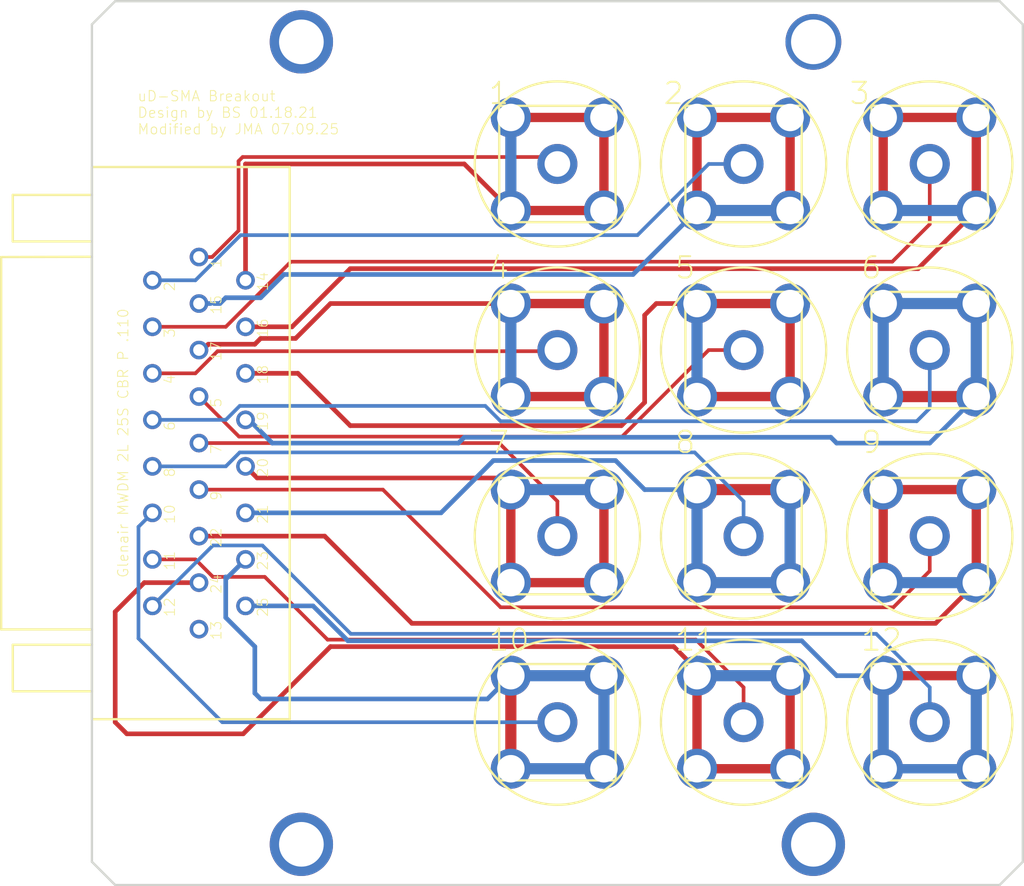
<source format=kicad_pcb>
(kicad_pcb (version 20241229) (generator "pcbnew") (generator_version "9.0")
  (layers (0 "F.Cu" signal) (2 "B.Cu" signal) (13 "F.Paste" user) (15 "B.Paste" user) (5 "F.SilkS" user "F.Silkscreen") (7 "B.SilkS" user "B.Silkscreen") (1 "F.Mask" user) (3 "B.Mask" user) (25 "Edge.Cuts" user))
  (net 0 "")
  (net 1 "2_14_P")
  (net 2 "4_16_P")
  (net 3 "5_17_P")
  (net 4 "6_18_P")
  (net 5 "7_19_P")
  (net 6 "8_20_P")
  (net 7 "9_21_P")
  (net 8 "10_22_P")
  (net 9 "11_23_P")
  (net 10 "12_24_P")
  (net 11 "13_25_P")
  (net 12 "3_15_P")
  (net 13 "2_14_N")
  (net 14 "3_15_N")
  (net 15 "4_16_N")
  (net 16 "5_17_N")
  (net 17 "6_18_N")
  (net 18 "7_19_N")
  (net 19 "8_20_N")
  (net 20 "9_21_N")
  (net 21 "10_22_N")
  (net 22 "11_23_N")
  (net 23 "12_24_N")
  (net 24 "13_25_N")
  (net 25 "CLAMP_POUR_TOP_1")
  (footprint "SMA" (layer "F.Cu") (at 158.6611 89.7636)
    (property "Reference" "U$3" (hide yes))
    (property "Value" "SMA-JACK" (hide yes))
    (fp_line (start -3.175 -3.175) (end 3.175 -3.175) (stroke (width 0.127)) (layer "F.SilkS"))
    (fp_line (start -3.175 3.175) (end -3.175 -3.175) (stroke (width 0.127)) (layer "F.SilkS"))
    (fp_line (start 3.175 -3.175) (end 3.175 3.175) (stroke (width 0.127)) (layer "F.SilkS"))
    (fp_line (start 3.175 3.175) (end -3.175 3.175) (stroke (width 0.127)) (layer "F.SilkS"))
    (fp_circle (center 0 0) (end 4.5085 0) (stroke (width 0.127)) (fill no) (layer "F.SilkS"))
    (pad "GND1" thru_hole circle (at -2.54 -2.54) (size 2.1844 2.1844) (drill 1.4986) (layers "*.Cu" "*.Mask") (net 14 "3_15_N"))
    (pad "GND2" thru_hole circle (at 2.54 -2.54) (size 2.1844 2.1844) (drill 1.4986) (layers "*.Cu" "*.Mask") (net 14 "3_15_N"))
    (pad "GND3" thru_hole circle (at 2.54 2.54) (size 2.1844 2.1844) (drill 1.4986) (layers "*.Cu" "*.Mask") (net 14 "3_15_N"))
    (pad "GND4" thru_hole circle (at -2.54 2.54) (size 2.1844 2.1844) (drill 1.4986) (layers "*.Cu" "*.Mask") (net 14 "3_15_N"))
    (pad "PIN" thru_hole circle (at 0 0) (size 2.1844 2.1844) (drill 1.397) (layers "*.Cu" "*.Mask") (net 12 "3_15_P"))
  )
  (footprint "SMA" (layer "F.Cu") (at 148.5011 120.2436)
    (property "Reference" "U$11" (hide yes))
    (property "Value" "SMA-JACK" (hide yes))
    (fp_line (start -3.175 -3.175) (end 3.175 -3.175) (stroke (width 0.127)) (layer "F.SilkS"))
    (fp_line (start -3.175 3.175) (end -3.175 -3.175) (stroke (width 0.127)) (layer "F.SilkS"))
    (fp_line (start 3.175 -3.175) (end 3.175 3.175) (stroke (width 0.127)) (layer "F.SilkS"))
    (fp_line (start 3.175 3.175) (end -3.175 3.175) (stroke (width 0.127)) (layer "F.SilkS"))
    (fp_circle (center 0 0) (end 4.5085 0) (stroke (width 0.127)) (fill no) (layer "F.SilkS"))
    (pad "GND1" thru_hole circle (at -2.54 -2.54) (size 2.1844 2.1844) (drill 1.4986) (layers "*.Cu" "*.Mask") (net 22 "11_23_N"))
    (pad "GND2" thru_hole circle (at 2.54 -2.54) (size 2.1844 2.1844) (drill 1.4986) (layers "*.Cu" "*.Mask") (net 22 "11_23_N"))
    (pad "GND3" thru_hole circle (at 2.54 2.54) (size 2.1844 2.1844) (drill 1.4986) (layers "*.Cu" "*.Mask") (net 22 "11_23_N"))
    (pad "GND4" thru_hole circle (at -2.54 2.54) (size 2.1844 2.1844) (drill 1.4986) (layers "*.Cu" "*.Mask") (net 22 "11_23_N"))
    (pad "PIN" thru_hole circle (at 0 0) (size 2.1844 2.1844) (drill 1.397) (layers "*.Cu" "*.Mask") (net 9 "11_23_P"))
  )
  (footprint "SMA" (layer "F.Cu") (at 168.8211 120.2436)
    (property "Reference" "U$13" (hide yes))
    (property "Value" "SMA-JACK" (hide yes))
    (fp_line (start -3.175 -3.175) (end 3.175 -3.175) (stroke (width 0.127)) (layer "F.SilkS"))
    (fp_line (start -3.175 3.175) (end -3.175 -3.175) (stroke (width 0.127)) (layer "F.SilkS"))
    (fp_line (start 3.175 -3.175) (end 3.175 3.175) (stroke (width 0.127)) (layer "F.SilkS"))
    (fp_line (start 3.175 3.175) (end -3.175 3.175) (stroke (width 0.127)) (layer "F.SilkS"))
    (fp_circle (center 0 0) (end 4.5085 0) (stroke (width 0.127)) (fill no) (layer "F.SilkS"))
    (pad "GND1" thru_hole circle (at -2.54 -2.54) (size 2.1844 2.1844) (drill 1.4986) (layers "*.Cu" "*.Mask") (net 24 "13_25_N"))
    (pad "GND2" thru_hole circle (at 2.54 -2.54) (size 2.1844 2.1844) (drill 1.4986) (layers "*.Cu" "*.Mask") (net 24 "13_25_N"))
    (pad "GND3" thru_hole circle (at 2.54 2.54) (size 2.1844 2.1844) (drill 1.4986) (layers "*.Cu" "*.Mask") (net 24 "13_25_N"))
    (pad "GND4" thru_hole circle (at -2.54 2.54) (size 2.1844 2.1844) (drill 1.4986) (layers "*.Cu" "*.Mask") (net 24 "13_25_N"))
    (pad "PIN" thru_hole circle (at 0 0) (size 2.1844 2.1844) (drill 1.397) (layers "*.Cu" "*.Mask") (net 11 "13_25_P"))
  )
  (footprint "SMA" (layer "F.Cu") (at 168.8211 89.7636)
    (property "Reference" "U$4" (hide yes))
    (property "Value" "SMA-JACK" (hide yes))
    (fp_line (start -3.175 -3.175) (end 3.175 -3.175) (stroke (width 0.127)) (layer "F.SilkS"))
    (fp_line (start -3.175 3.175) (end -3.175 -3.175) (stroke (width 0.127)) (layer "F.SilkS"))
    (fp_line (start 3.175 -3.175) (end 3.175 3.175) (stroke (width 0.127)) (layer "F.SilkS"))
    (fp_line (start 3.175 3.175) (end -3.175 3.175) (stroke (width 0.127)) (layer "F.SilkS"))
    (fp_circle (center 0 0) (end 4.5085 0) (stroke (width 0.127)) (fill no) (layer "F.SilkS"))
    (pad "GND1" thru_hole circle (at -2.54 -2.54) (size 2.1844 2.1844) (drill 1.4986) (layers "*.Cu" "*.Mask") (net 15 "4_16_N"))
    (pad "GND2" thru_hole circle (at 2.54 -2.54) (size 2.1844 2.1844) (drill 1.4986) (layers "*.Cu" "*.Mask") (net 15 "4_16_N"))
    (pad "GND3" thru_hole circle (at 2.54 2.54) (size 2.1844 2.1844) (drill 1.4986) (layers "*.Cu" "*.Mask") (net 15 "4_16_N"))
    (pad "GND4" thru_hole circle (at -2.54 2.54) (size 2.1844 2.1844) (drill 1.4986) (layers "*.Cu" "*.Mask") (net 15 "4_16_N"))
    (pad "PIN" thru_hole circle (at 0 0) (size 2.1844 2.1844) (drill 1.397) (layers "*.Cu" "*.Mask") (net 2 "4_16_P"))
  )
  (footprint "SMA" (layer "F.Cu") (at 168.8211 110.0836)
    (property "Reference" "U$10" (hide yes))
    (property "Value" "SMA-JACK" (hide yes))
    (fp_line (start -3.175 -3.175) (end 3.175 -3.175) (stroke (width 0.127)) (layer "F.SilkS"))
    (fp_line (start -3.175 3.175) (end -3.175 -3.175) (stroke (width 0.127)) (layer "F.SilkS"))
    (fp_line (start 3.175 -3.175) (end 3.175 3.175) (stroke (width 0.127)) (layer "F.SilkS"))
    (fp_line (start 3.175 3.175) (end -3.175 3.175) (stroke (width 0.127)) (layer "F.SilkS"))
    (fp_circle (center 0 0) (end 4.5085 0) (stroke (width 0.127)) (fill no) (layer "F.SilkS"))
    (pad "GND1" thru_hole circle (at -2.54 -2.54) (size 2.1844 2.1844) (drill 1.4986) (layers "*.Cu" "*.Mask") (net 21 "10_22_N"))
    (pad "GND2" thru_hole circle (at 2.54 -2.54) (size 2.1844 2.1844) (drill 1.4986) (layers "*.Cu" "*.Mask") (net 21 "10_22_N"))
    (pad "GND3" thru_hole circle (at 2.54 2.54) (size 2.1844 2.1844) (drill 1.4986) (layers "*.Cu" "*.Mask") (net 21 "10_22_N"))
    (pad "GND4" thru_hole circle (at -2.54 2.54) (size 2.1844 2.1844) (drill 1.4986) (layers "*.Cu" "*.Mask") (net 21 "10_22_N"))
    (pad "PIN" thru_hole circle (at 0 0) (size 2.1844 2.1844) (drill 1.397) (layers "*.Cu" "*.Mask") (net 8 "10_22_P"))
  )
  (footprint "SMA" (layer "F.Cu") (at 158.6611 110.0836)
    (property "Reference" "U$9" (hide yes))
    (property "Value" "SMA-JACK" (hide yes))
    (fp_line (start -3.175 -3.175) (end 3.175 -3.175) (stroke (width 0.127)) (layer "F.SilkS"))
    (fp_line (start -3.175 3.175) (end -3.175 -3.175) (stroke (width 0.127)) (layer "F.SilkS"))
    (fp_line (start 3.175 -3.175) (end 3.175 3.175) (stroke (width 0.127)) (layer "F.SilkS"))
    (fp_line (start 3.175 3.175) (end -3.175 3.175) (stroke (width 0.127)) (layer "F.SilkS"))
    (fp_circle (center 0 0) (end 4.5085 0) (stroke (width 0.127)) (fill no) (layer "F.SilkS"))
    (pad "GND1" thru_hole circle (at -2.54 -2.54) (size 2.1844 2.1844) (drill 1.4986) (layers "*.Cu" "*.Mask") (net 20 "9_21_N"))
    (pad "GND2" thru_hole circle (at 2.54 -2.54) (size 2.1844 2.1844) (drill 1.4986) (layers "*.Cu" "*.Mask") (net 20 "9_21_N"))
    (pad "GND3" thru_hole circle (at 2.54 2.54) (size 2.1844 2.1844) (drill 1.4986) (layers "*.Cu" "*.Mask") (net 20 "9_21_N"))
    (pad "GND4" thru_hole circle (at -2.54 2.54) (size 2.1844 2.1844) (drill 1.4986) (layers "*.Cu" "*.Mask") (net 20 "9_21_N"))
    (pad "PIN" thru_hole circle (at 0 0) (size 2.1844 2.1844) (drill 1.397) (layers "*.Cu" "*.Mask") (net 7 "9_21_P"))
  )
  (footprint "SMA" (layer "F.Cu") (at 148.5011 110.0836)
    (property "Reference" "U$8" (hide yes))
    (property "Value" "SMA-JACK" (hide yes))
    (fp_line (start -3.175 -3.175) (end 3.175 -3.175) (stroke (width 0.127)) (layer "F.SilkS"))
    (fp_line (start -3.175 3.175) (end -3.175 -3.175) (stroke (width 0.127)) (layer "F.SilkS"))
    (fp_line (start 3.175 -3.175) (end 3.175 3.175) (stroke (width 0.127)) (layer "F.SilkS"))
    (fp_line (start 3.175 3.175) (end -3.175 3.175) (stroke (width 0.127)) (layer "F.SilkS"))
    (fp_circle (center 0 0) (end 4.5085 0) (stroke (width 0.127)) (fill no) (layer "F.SilkS"))
    (pad "GND1" thru_hole circle (at -2.54 -2.54) (size 2.1844 2.1844) (drill 1.4986) (layers "*.Cu" "*.Mask") (net 19 "8_20_N"))
    (pad "GND2" thru_hole circle (at 2.54 -2.54) (size 2.1844 2.1844) (drill 1.4986) (layers "*.Cu" "*.Mask") (net 19 "8_20_N"))
    (pad "GND3" thru_hole circle (at 2.54 2.54) (size 2.1844 2.1844) (drill 1.4986) (layers "*.Cu" "*.Mask") (net 19 "8_20_N"))
    (pad "GND4" thru_hole circle (at -2.54 2.54) (size 2.1844 2.1844) (drill 1.4986) (layers "*.Cu" "*.Mask") (net 19 "8_20_N"))
    (pad "PIN" thru_hole circle (at 0 0) (size 2.1844 2.1844) (drill 1.397) (layers "*.Cu" "*.Mask") (net 6 "8_20_P"))
  )
  (footprint "SMA" (layer "F.Cu") (at 158.6611 120.2436)
    (property "Reference" "U$12" (hide yes))
    (property "Value" "SMA-JACK" (hide yes))
    (fp_line (start -3.175 -3.175) (end 3.175 -3.175) (stroke (width 0.127)) (layer "F.SilkS"))
    (fp_line (start -3.175 3.175) (end -3.175 -3.175) (stroke (width 0.127)) (layer "F.SilkS"))
    (fp_line (start 3.175 -3.175) (end 3.175 3.175) (stroke (width 0.127)) (layer "F.SilkS"))
    (fp_line (start 3.175 3.175) (end -3.175 3.175) (stroke (width 0.127)) (layer "F.SilkS"))
    (fp_circle (center 0 0) (end 4.5085 0) (stroke (width 0.127)) (fill no) (layer "F.SilkS"))
    (pad "GND1" thru_hole circle (at -2.54 -2.54) (size 2.1844 2.1844) (drill 1.4986) (layers "*.Cu" "*.Mask") (net 23 "12_24_N"))
    (pad "GND2" thru_hole circle (at 2.54 -2.54) (size 2.1844 2.1844) (drill 1.4986) (layers "*.Cu" "*.Mask") (net 23 "12_24_N"))
    (pad "GND3" thru_hole circle (at 2.54 2.54) (size 2.1844 2.1844) (drill 1.4986) (layers "*.Cu" "*.Mask") (net 23 "12_24_N"))
    (pad "GND4" thru_hole circle (at -2.54 2.54) (size 2.1844 2.1844) (drill 1.4986) (layers "*.Cu" "*.Mask") (net 23 "12_24_N"))
    (pad "PIN" thru_hole circle (at 0 0) (size 2.1844 2.1844) (drill 1.397) (layers "*.Cu" "*.Mask") (net 10 "12_24_P"))
  )
  (footprint "MICRO-D-RIGHT-ANGLE" (layer "F.Cu") (at 128.9431 105.0036 90)
    (property "Reference" "U$1" (hide yes))
    (property "Value" "RIGHT-ANGLE-MICRO-D" (hide yes))
    (fp_line (start 10.16 -10.795) (end 10.1727 -5.842) (stroke (width 0.127)) (layer "F.SilkS"))
    (fp_line (start -10.1727 -10.795) (end 10.16 -10.795) (stroke (width 0.127)) (layer "F.SilkS"))
    (fp_line (start 13.5509 -10.16) (end 13.5509 -5.842) (stroke (width 0.127)) (layer "F.SilkS"))
    (fp_line (start 11.0109 -10.16) (end 13.5509 -10.16) (stroke (width 0.127)) (layer "F.SilkS"))
    (fp_line (start -11.0109 -10.16) (end -13.5509 -10.16) (stroke (width 0.127)) (layer "F.SilkS"))
    (fp_line (start -13.5509 -10.16) (end -13.5509 -5.842) (stroke (width 0.127)) (layer "F.SilkS"))
    (fp_line (start 15.0749 -5.842) (end 13.5509 -5.842) (stroke (width 0.127)) (layer "F.SilkS"))
    (fp_line (start 13.5509 -5.842) (end 11.0109 -5.842) (stroke (width 0.127)) (layer "F.SilkS"))
    (fp_line (start 11.0109 -5.842) (end 11.0109 -10.16) (stroke (width 0.127)) (layer "F.SilkS"))
    (fp_line (start 11.0109 -5.842) (end 10.1727 -5.842) (stroke (width 0.127)) (layer "F.SilkS"))
    (fp_line (start 10.1727 -5.842) (end -10.1727 -5.842) (stroke (width 0.127)) (layer "F.SilkS"))
    (fp_line (start -10.1727 -5.842) (end -10.1727 -10.795) (stroke (width 0.127)) (layer "F.SilkS"))
    (fp_line (start -10.1727 -5.842) (end -11.0109 -5.842) (stroke (width 0.127)) (layer "F.SilkS"))
    (fp_line (start -11.0109 -5.842) (end -11.0109 -10.16) (stroke (width 0.127)) (layer "F.SilkS"))
    (fp_line (start -13.5509 -5.842) (end -11.0109 -5.842) (stroke (width 0.127)) (layer "F.SilkS"))
    (fp_line (start -13.5509 -5.842) (end -15.0749 -5.842) (stroke (width 0.127)) (layer "F.SilkS"))
    (fp_line (start -15.0749 -5.842) (end -15.0749 4.953) (stroke (width 0.127)) (layer "F.SilkS"))
    (fp_line (start 15.0749 4.953) (end 15.0749 -5.842) (stroke (width 0.127)) (layer "F.SilkS"))
    (fp_line (start -15.0749 4.953) (end 15.0749 4.953) (stroke (width 0.127)) (layer "F.SilkS"))
    (fp_text user "7" (at -0.635 1.27 90) (layer "F.SilkS") (effects (font (size 0.560832 0.560832) (thickness 0.048768)) (justify left bottom)))
    (fp_text user "3" (at 5.715 -1.27 90) (layer "F.SilkS") (effects (font (size 0.560832 0.560832) (thickness 0.048768)) (justify left bottom)))
    (fp_text user "Glenair MWDM 2L 25S CBR P .110" (at 0 -3.81 90) (layer "F.SilkS") (effects (font (size 0.560832 0.560832) (thickness 0.048768)) (justify bottom)))
    (fp_text user "22" (at -5.715 1.27 90) (layer "F.SilkS") (effects (font (size 0.560832 0.560832) (thickness 0.048768)) (justify left bottom)))
    (fp_text user "12" (at -9.525 -1.27 90) (layer "F.SilkS") (effects (font (size 0.560832 0.560832) (thickness 0.048768)) (justify left bottom)))
    (fp_text user "17" (at 4.445 1.27 90) (layer "F.SilkS") (effects (font (size 0.560832 0.560832) (thickness 0.048768)) (justify left bottom)))
    (fp_text user "2" (at 8.255 -1.27 90) (layer "F.SilkS") (effects (font (size 0.560832 0.560832) (thickness 0.048768)) (justify left bottom)))
    (fp_text user "16" (at 5.715 3.81 90) (layer "F.SilkS") (effects (font (size 0.560832 0.560832) (thickness 0.048768)) (justify left bottom)))
    (fp_text user "1" (at 9.525 1.27 90) (layer "F.SilkS") (effects (font (size 0.560832 0.560832) (thickness 0.048768)) (justify left bottom)))
    (fp_text user "21" (at -4.445 3.81 90) (layer "F.SilkS") (effects (font (size 0.560832 0.560832) (thickness 0.048768)) (justify left bottom)))
    (fp_text user "11" (at -6.985 -1.27 90) (layer "F.SilkS") (effects (font (size 0.560832 0.560832) (thickness 0.048768)) (justify left bottom)))
    (fp_text user "25" (at -9.525 3.81 90) (layer "F.SilkS") (effects (font (size 0.560832 0.560832) (thickness 0.048768)) (justify left bottom)))
    (fp_text user "6" (at 0.635 -1.27 90) (layer "F.SilkS") (effects (font (size 0.560832 0.560832) (thickness 0.048768)) (justify left bottom)))
    (fp_text user "19" (at 0.635 3.81 90) (layer "F.SilkS") (effects (font (size 0.560832 0.560832) (thickness 0.048768)) (justify left bottom)))
    (fp_text user "5" (at 1.905 1.27 90) (layer "F.SilkS") (effects (font (size 0.560832 0.560832) (thickness 0.048768)) (justify left bottom)))
    (fp_text user "8" (at -1.905 -1.27 90) (layer "F.SilkS") (effects (font (size 0.560832 0.560832) (thickness 0.048768)) (justify left bottom)))
    (fp_text user "14" (at 8.255 3.81 90) (layer "F.SilkS") (effects (font (size 0.560832 0.560832) (thickness 0.048768)) (justify left bottom)))
    (fp_text user "18" (at 3.175 3.81 90) (layer "F.SilkS") (effects (font (size 0.560832 0.560832) (thickness 0.048768)) (justify left bottom)))
    (fp_text user "24" (at -8.255 1.27 90) (layer "F.SilkS") (effects (font (size 0.560832 0.560832) (thickness 0.048768)) (justify left bottom)))
    (fp_text user "20" (at -1.905 3.81 90) (layer "F.SilkS") (effects (font (size 0.560832 0.560832) (thickness 0.048768)) (justify left bottom)))
    (fp_text user "13" (at -10.795 1.27 90) (layer "F.SilkS") (effects (font (size 0.560832 0.560832) (thickness 0.048768)) (justify left bottom)))
    (fp_text user "4" (at 3.175 -1.27 90) (layer "F.SilkS") (effects (font (size 0.560832 0.560832) (thickness 0.048768)) (justify left bottom)))
    (fp_text user "9" (at -3.175 1.27 90) (layer "F.SilkS") (effects (font (size 0.560832 0.560832) (thickness 0.048768)) (justify left bottom)))
    (fp_text user "15" (at 6.985 1.27 90) (layer "F.SilkS") (effects (font (size 0.560832 0.560832) (thickness 0.048768)) (justify left bottom)))
    (fp_text user "10" (at -4.445 -1.27 90) (layer "F.SilkS") (effects (font (size 0.560832 0.560832) (thickness 0.048768)) (justify left bottom)))
    (fp_text user "23" (at -6.985 3.81 90) (layer "F.SilkS") (effects (font (size 0.560832 0.560832) (thickness 0.048768)) (justify left bottom)))
    (pad "" np_thru_hole circle (at -12.2555 0.508 90) (size 2.4384 2.4384) (drill 2.4384) (layers "*.Cu" "*.Mask"))
    (pad "" np_thru_hole circle (at 12.2555 0.508 90) (size 2.4384 2.4384) (drill 2.4384) (layers "*.Cu" "*.Mask"))
    (pad "1" thru_hole circle (at 10.16 0 90) (size 1.016 1.016) (drill 0.635) (layers "*.Cu" "*.Mask") (net 1 "2_14_P"))
    (pad "2" thru_hole circle (at 8.89 -2.54 90) (size 1.016 1.016) (drill 0.635) (layers "*.Cu" "*.Mask") (net 12 "3_15_P"))
    (pad "3" thru_hole circle (at 6.35 -2.54 90) (size 1.016 1.016) (drill 0.635) (layers "*.Cu" "*.Mask") (net 2 "4_16_P"))
    (pad "4" thru_hole circle (at 3.81 -2.54 90) (size 1.016 1.016) (drill 0.635) (layers "*.Cu" "*.Mask") (net 3 "5_17_P"))
    (pad "5" thru_hole circle (at 2.54 0 90) (size 1.016 1.016) (drill 0.635) (layers "*.Cu" "*.Mask") (net 4 "6_18_P"))
    (pad "6" thru_hole circle (at 1.27 -2.54 90) (size 1.016 1.016) (drill 0.635) (layers "*.Cu" "*.Mask") (net 5 "7_19_P"))
    (pad "7" thru_hole circle (at 0 0 90) (size 1.016 1.016) (drill 0.635) (layers "*.Cu" "*.Mask") (net 6 "8_20_P"))
    (pad "8" thru_hole circle (at -1.27 -2.54 90) (size 1.016 1.016) (drill 0.635) (layers "*.Cu" "*.Mask") (net 7 "9_21_P"))
    (pad "9" thru_hole circle (at -2.54 0 90) (size 1.016 1.016) (drill 0.635) (layers "*.Cu" "*.Mask") (net 8 "10_22_P"))
    (pad "10" thru_hole circle (at -3.81 -2.54 90) (size 1.016 1.016) (drill 0.635) (layers "*.Cu" "*.Mask") (net 9 "11_23_P"))
    (pad "11" thru_hole circle (at -6.35 -2.54 90) (size 1.016 1.016) (drill 0.635) (layers "*.Cu" "*.Mask") (net 10 "12_24_P"))
    (pad "12" thru_hole circle (at -8.89 -2.54 90) (size 1.016 1.016) (drill 0.635) (layers "*.Cu" "*.Mask") (net 11 "13_25_P"))
    (pad "13" thru_hole circle (at -10.16 0 90) (size 1.016 1.016) (drill 0.635) (layers "*.Cu" "*.Mask"))
    (pad "14" thru_hole circle (at 8.89 2.54 90) (size 1.016 1.016) (drill 0.635) (layers "*.Cu" "*.Mask") (net 13 "2_14_N"))
    (pad "15" thru_hole circle (at 7.62 0 90) (size 1.016 1.016) (drill 0.635) (layers "*.Cu" "*.Mask") (net 14 "3_15_N"))
    (pad "16" thru_hole circle (at 6.35 2.54 90) (size 1.016 1.016) (drill 0.635) (layers "*.Cu" "*.Mask") (net 15 "4_16_N"))
    (pad "17" thru_hole circle (at 5.08 0 90) (size 1.016 1.016) (drill 0.635) (layers "*.Cu" "*.Mask") (net 16 "5_17_N"))
    (pad "18" thru_hole circle (at 3.81 2.54 90) (size 1.016 1.016) (drill 0.635) (layers "*.Cu" "*.Mask") (net 17 "6_18_N"))
    (pad "19" thru_hole circle (at 1.27 2.54 90) (size 1.016 1.016) (drill 0.635) (layers "*.Cu" "*.Mask") (net 18 "7_19_N"))
    (pad "20" thru_hole circle (at -1.27 2.54 90) (size 1.016 1.016) (drill 0.635) (layers "*.Cu" "*.Mask") (net 19 "8_20_N"))
    (pad "21" thru_hole circle (at -3.81 2.54 90) (size 1.016 1.016) (drill 0.635) (layers "*.Cu" "*.Mask") (net 20 "9_21_N"))
    (pad "22" thru_hole circle (at -5.08 0 90) (size 1.016 1.016) (drill 0.635) (layers "*.Cu" "*.Mask") (net 21 "10_22_N"))
    (pad "23" thru_hole circle (at -6.35 2.54 90) (size 1.016 1.016) (drill 0.635) (layers "*.Cu" "*.Mask") (net 22 "11_23_N"))
    (pad "24" thru_hole circle (at -7.62 0 90) (size 1.016 1.016) (drill 0.635) (layers "*.Cu" "*.Mask") (net 23 "12_24_N"))
    (pad "25" thru_hole circle (at -8.89 2.54 90) (size 1.016 1.016) (drill 0.635) (layers "*.Cu" "*.Mask") (net 24 "13_25_N"))
  )
  (footprint "SMA" (layer "F.Cu") (at 158.6611 99.9236)
    (property "Reference" "U$6" (hide yes))
    (property "Value" "SMA-JACK" (hide yes))
    (fp_line (start -3.175 -3.175) (end 3.175 -3.175) (stroke (width 0.127)) (layer "F.SilkS"))
    (fp_line (start -3.175 3.175) (end -3.175 -3.175) (stroke (width 0.127)) (layer "F.SilkS"))
    (fp_line (start 3.175 -3.175) (end 3.175 3.175) (stroke (width 0.127)) (layer "F.SilkS"))
    (fp_line (start 3.175 3.175) (end -3.175 3.175) (stroke (width 0.127)) (layer "F.SilkS"))
    (fp_circle (center 0 0) (end 4.5085 0) (stroke (width 0.127)) (fill no) (layer "F.SilkS"))
    (pad "GND1" thru_hole circle (at -2.54 -2.54) (size 2.1844 2.1844) (drill 1.4986) (layers "*.Cu" "*.Mask") (net 17 "6_18_N"))
    (pad "GND2" thru_hole circle (at 2.54 -2.54) (size 2.1844 2.1844) (drill 1.4986) (layers "*.Cu" "*.Mask") (net 17 "6_18_N"))
    (pad "GND3" thru_hole circle (at 2.54 2.54) (size 2.1844 2.1844) (drill 1.4986) (layers "*.Cu" "*.Mask") (net 17 "6_18_N"))
    (pad "GND4" thru_hole circle (at -2.54 2.54) (size 2.1844 2.1844) (drill 1.4986) (layers "*.Cu" "*.Mask") (net 17 "6_18_N"))
    (pad "PIN" thru_hole circle (at 0 0) (size 2.1844 2.1844) (drill 1.397) (layers "*.Cu" "*.Mask") (net 4 "6_18_P"))
  )
  (footprint "SMA" (layer "F.Cu") (at 148.5011 89.7636)
    (property "Reference" "U$2" (hide yes))
    (property "Value" "SMA-JACK" (hide yes))
    (fp_line (start -3.175 -3.175) (end 3.175 -3.175) (stroke (width 0.127)) (layer "F.SilkS"))
    (fp_line (start -3.175 3.175) (end -3.175 -3.175) (stroke (width 0.127)) (layer "F.SilkS"))
    (fp_line (start 3.175 -3.175) (end 3.175 3.175) (stroke (width 0.127)) (layer "F.SilkS"))
    (fp_line (start 3.175 3.175) (end -3.175 3.175) (stroke (width 0.127)) (layer "F.SilkS"))
    (fp_circle (center 0 0) (end 4.5085 0) (stroke (width 0.127)) (fill no) (layer "F.SilkS"))
    (pad "GND1" thru_hole circle (at -2.54 -2.54) (size 2.1844 2.1844) (drill 1.4986) (layers "*.Cu" "*.Mask") (net 13 "2_14_N"))
    (pad "GND2" thru_hole circle (at 2.54 -2.54) (size 2.1844 2.1844) (drill 1.4986) (layers "*.Cu" "*.Mask") (net 13 "2_14_N"))
    (pad "GND3" thru_hole circle (at 2.54 2.54) (size 2.1844 2.1844) (drill 1.4986) (layers "*.Cu" "*.Mask") (net 13 "2_14_N"))
    (pad "GND4" thru_hole circle (at -2.54 2.54) (size 2.1844 2.1844) (drill 1.4986) (layers "*.Cu" "*.Mask") (net 13 "2_14_N"))
    (pad "PIN" thru_hole circle (at 0 0) (size 2.1844 2.1844) (drill 1.397) (layers "*.Cu" "*.Mask") (net 1 "2_14_P"))
  )
  (footprint "SMA" (layer "F.Cu") (at 148.5011 99.9236)
    (property "Reference" "U$5" (hide yes))
    (property "Value" "SMA-JACK" (hide yes))
    (fp_line (start -3.175 -3.175) (end 3.175 -3.175) (stroke (width 0.127)) (layer "F.SilkS"))
    (fp_line (start -3.175 3.175) (end -3.175 -3.175) (stroke (width 0.127)) (layer "F.SilkS"))
    (fp_line (start 3.175 -3.175) (end 3.175 3.175) (stroke (width 0.127)) (layer "F.SilkS"))
    (fp_line (start 3.175 3.175) (end -3.175 3.175) (stroke (width 0.127)) (layer "F.SilkS"))
    (fp_circle (center 0 0) (end 4.5085 0) (stroke (width 0.127)) (fill no) (layer "F.SilkS"))
    (pad "GND1" thru_hole circle (at -2.54 -2.54) (size 2.1844 2.1844) (drill 1.4986) (layers "*.Cu" "*.Mask") (net 16 "5_17_N"))
    (pad "GND2" thru_hole circle (at 2.54 -2.54) (size 2.1844 2.1844) (drill 1.4986) (layers "*.Cu" "*.Mask") (net 16 "5_17_N"))
    (pad "GND3" thru_hole circle (at 2.54 2.54) (size 2.1844 2.1844) (drill 1.4986) (layers "*.Cu" "*.Mask") (net 16 "5_17_N"))
    (pad "GND4" thru_hole circle (at -2.54 2.54) (size 2.1844 2.1844) (drill 1.4986) (layers "*.Cu" "*.Mask") (net 16 "5_17_N"))
    (pad "PIN" thru_hole circle (at 0 0) (size 2.1844 2.1844) (drill 1.397) (layers "*.Cu" "*.Mask") (net 3 "5_17_P"))
  )
  (footprint "SMA" (layer "F.Cu") (at 168.8211 99.9236)
    (property "Reference" "U$7" (hide yes))
    (property "Value" "SMA-JACK" (hide yes))
    (fp_line (start -3.175 -3.175) (end 3.175 -3.175) (stroke (width 0.127)) (layer "F.SilkS"))
    (fp_line (start -3.175 3.175) (end -3.175 -3.175) (stroke (width 0.127)) (layer "F.SilkS"))
    (fp_line (start 3.175 -3.175) (end 3.175 3.175) (stroke (width 0.127)) (layer "F.SilkS"))
    (fp_line (start 3.175 3.175) (end -3.175 3.175) (stroke (width 0.127)) (layer "F.SilkS"))
    (fp_circle (center 0 0) (end 4.5085 0) (stroke (width 0.127)) (fill no) (layer "F.SilkS"))
    (pad "GND1" thru_hole circle (at -2.54 -2.54) (size 2.1844 2.1844) (drill 1.4986) (layers "*.Cu" "*.Mask") (net 18 "7_19_N"))
    (pad "GND2" thru_hole circle (at 2.54 -2.54) (size 2.1844 2.1844) (drill 1.4986) (layers "*.Cu" "*.Mask") (net 18 "7_19_N"))
    (pad "GND3" thru_hole circle (at 2.54 2.54) (size 2.1844 2.1844) (drill 1.4986) (layers "*.Cu" "*.Mask") (net 18 "7_19_N"))
    (pad "GND4" thru_hole circle (at -2.54 2.54) (size 2.1844 2.1844) (drill 1.4986) (layers "*.Cu" "*.Mask") (net 18 "7_19_N"))
    (pad "PIN" thru_hole circle (at 0 0) (size 2.1844 2.1844) (drill 1.397) (layers "*.Cu" "*.Mask") (net 5 "7_19_P"))
  )
  (gr_line (start 123.1011 127.8636) (end 124.3711 129.1336) (stroke (width 0.127)) (layer "Edge.Cuts"))
  (gr_line (start 172.6311 80.8736) (end 173.9011 82.1436) (stroke (width 0.127)) (layer "Edge.Cuts"))
  (gr_line (start 172.6311 80.8736) (end 124.3711 80.8736) (stroke (width 0.127)) (layer "Edge.Cuts"))
  (gr_line (start 123.1011 82.1436) (end 123.1011 127.8636) (stroke (width 0.127)) (layer "Edge.Cuts"))
  (gr_line (start 172.6311 129.1336) (end 124.3711 129.1336) (stroke (width 0.127)) (layer "Edge.Cuts"))
  (gr_line (start 172.6311 129.1336) (end 173.9011 127.8636) (stroke (width 0.127)) (layer "Edge.Cuts"))
  (gr_line (start 173.9011 127.8636) (end 173.9011 82.1436) (stroke (width 0.127)) (layer "Edge.Cuts"))
  (gr_line (start 123.1011 82.1436) (end 124.3711 80.8736) (stroke (width 0.127)) (layer "Edge.Cuts"))
  (gr_text "8" (at 154.8511 105.6386 0) (layer "F.SilkS") (effects (font (size 1.1684 1.1684) (thickness 0.1016)) (justify left bottom)))
  (gr_text "10" (at 144.6911 116.4336 0) (layer "F.SilkS") (effects (font (size 1.1684 1.1684) (thickness 0.1016)) (justify left bottom)))
  (gr_text "6" (at 165.0111 96.1136 0) (layer "F.SilkS") (effects (font (size 1.1684 1.1684) (thickness 0.1016)) (justify left bottom)))
  (gr_text "12" (at 165.0111 116.4336 0) (layer "F.SilkS") (effects (font (size 1.1684 1.1684) (thickness 0.1016)) (justify left bottom)))
  (gr_text "uD-SMA Breakout \nDesign by BS 01.18.21\nModified by JMA 07.09.25" (at 125.558046 88.191857 0) (layer "F.SilkS") (effects (font (size 0.560832 0.560832) (thickness 0.048768)) (justify left bottom)))
  (gr_text "7" (at 144.6911 105.6386 0) (layer "F.SilkS") (effects (font (size 1.1684 1.1684) (thickness 0.1016)) (justify left bottom)))
  (gr_text "3" (at 164.3761 86.5886 0) (layer "F.SilkS") (effects (font (size 1.1684 1.1684) (thickness 0.1016)) (justify left bottom)))
  (gr_text "11" (at 154.8511 116.4336 0) (layer "F.SilkS") (effects (font (size 1.1684 1.1684) (thickness 0.1016)) (justify left bottom)))
  (gr_text "2" (at 154.2161 86.5886 0) (layer "F.SilkS") (effects (font (size 1.1684 1.1684) (thickness 0.1016)) (justify left bottom)))
  (gr_text "9" (at 165.0111 105.6386 0) (layer "F.SilkS") (effects (font (size 1.1684 1.1684) (thickness 0.1016)) (justify left bottom)))
  (gr_text "5" (at 154.8511 96.1136 0) (layer "F.SilkS") (effects (font (size 1.1684 1.1684) (thickness 0.1016)) (justify left bottom)))
  (gr_text "1" (at 144.6911 86.5886 0) (layer "F.SilkS") (effects (font (size 1.1684 1.1684) (thickness 0.1016)) (justify left bottom)))
  (gr_text "4" (at 144.6911 96.1136 0) (layer "F.SilkS") (effects (font (size 1.1684 1.1684) (thickness 0.1016)) (justify left bottom)))
  (segment (start 131.1027 89.606033) (end 131.325533 89.3832) (width 0.2) (layer "F.Cu") (net 1))
  (segment (start 131.1027 93.40242) (end 131.1027 89.606033) (width 0.2) (layer "F.Cu") (net 1))
  (segment (start 129.66152 94.8436) (end 131.1027 93.40242) (width 0.2) (layer "F.Cu") (net 1))
  (segment (start 128.9431 94.8436) (end 129.66152 94.8436) (width 0.2) (layer "F.Cu") (net 1))
  (segment (start 131.325533 89.3832) (end 148.1207 89.3832) (width 0.2) (layer "F.Cu") (net 1))
  (segment (start 148.5011 89.7636) (end 147.8661 89.1286) (width 0.254) (layer "F.Cu") (net 1))
  (segment (start 148.1207 89.3832) (end 148.5011 89.7636) (width 0.2) (layer "F.Cu") (net 1))
  (segment (start 168.8211 93.0529) (end 168.8211 89.7636) (width 0.2) (layer "F.Cu") (net 2))
  (segment (start 130.406317 98.6536) (end 133.961717 95.0982) (width 0.2) (layer "F.Cu") (net 2))
  (segment (start 166.7758 95.0982) (end 168.8211 93.0529) (width 0.2) (layer "F.Cu") (net 2))
  (segment (start 133.961717 95.0982) (end 166.7758 95.0982) (width 0.2) (layer "F.Cu") (net 2))
  (segment (start 126.4031 98.6536) (end 130.406317 98.6536) (width 0.2) (layer "F.Cu") (net 2))
  (segment (start 148.4382 99.9865) (end 148.5011 99.9236) (width 0.2) (layer "F.Cu") (net 3))
  (segment (start 128.749883 101.1936) (end 129.956983 99.9865) (width 0.2) (layer "F.Cu") (net 3))
  (segment (start 129.956983 99.9865) (end 148.4382 99.9865) (width 0.2) (layer "F.Cu") (net 3))
  (segment (start 126.4031 101.1936) (end 128.749883 101.1936) (width 0.2) (layer "F.Cu") (net 3))
  (segment (start 126.5936 100.8761) (end 126.5936 101.1936) (width 0.254) (layer "F.Cu") (net 3))
  (segment (start 131.1275 104.648) (end 152.033734 104.648) (width 0.2) (layer "F.Cu") (net 4))
  (segment (start 128.9431 102.4636) (end 131.1275 104.648) (width 0.2) (layer "F.Cu") (net 4))
  (segment (start 158.0261 100.5586) (end 158.6611 99.9236) (width 0.254) (layer "F.Cu") (net 4))
  (segment (start 156.758134 99.9236) (end 158.6611 99.9236) (width 0.2) (layer "F.Cu") (net 4))
  (segment (start 152.033734 104.648) (end 156.758134 99.9236) (width 0.2) (layer "F.Cu") (net 4))
  (segment (start 168.112534 103.8092) (end 168.8211 103.100634) (width 0.2) (layer "B.Cu") (net 5))
  (segment (start 145.403734 103.8092) (end 168.112534 103.8092) (width 0.2) (layer "B.Cu") (net 5))
  (segment (start 126.4031 103.7336) (end 130.406317 103.7336) (width 0.2) (layer "B.Cu") (net 5))
  (segment (start 131.167717 102.9722) (end 144.566734 102.9722) (width 0.2) (layer "B.Cu") (net 5))
  (segment (start 168.8211 103.100634) (end 168.8211 99.9236) (width 0.2) (layer "B.Cu") (net 5))
  (segment (start 130.406317 103.7336) (end 131.167717 102.9722) (width 0.2) (layer "B.Cu") (net 5))
  (segment (start 144.566734 102.9722) (end 145.403734 103.8092) (width 0.2) (layer "B.Cu") (net 5))
  (segment (start 128.9431 105.0036) (end 145.324066 105.0036) (width 0.2) (layer "F.Cu") (net 6))
  (segment (start 148.5011 108.180634) (end 148.5011 110.0836) (width 0.2) (layer "F.Cu") (net 6))
  (segment (start 145.324066 105.0036) (end 148.5011 108.180634) (width 0.2) (layer "F.Cu") (net 6))
  (segment (start 131.167717 105.5122) (end 155.992666 105.5122) (width 0.2) (layer "B.Cu") (net 7))
  (segment (start 158.6611 108.180634) (end 158.6611 110.0836) (width 0.2) (layer "B.Cu") (net 7))
  (segment (start 130.406317 106.2736) (end 131.167717 105.5122) (width 0.2) (layer "B.Cu") (net 7))
  (segment (start 155.992666 105.5122) (end 158.6611 108.180634) (width 0.2) (layer "B.Cu") (net 7))
  (segment (start 126.4031 106.2736) (end 130.406317 106.2736) (width 0.2) (layer "B.Cu") (net 7))
  (segment (start 145.403734 113.9692) (end 166.838466 113.9692) (width 0.2) (layer "F.Cu") (net 8))
  (segment (start 128.9431 107.5436) (end 138.978134 107.5436) (width 0.2) (layer "F.Cu") (net 8))
  (segment (start 168.8211 111.986566) (end 168.8211 110.0836) (width 0.2) (layer "F.Cu") (net 8))
  (segment (start 166.838466 113.9692) (end 168.8211 111.986566) (width 0.2) (layer "F.Cu") (net 8))
  (segment (start 138.978134 107.5436) (end 145.403734 113.9692) (width 0.2) (layer "F.Cu") (net 8))
  (segment (start 125.6417 115.670298) (end 130.215002 120.2436) (width 0.2) (layer "B.Cu") (net 9))
  (segment (start 125.6417 109.575) (end 125.6417 115.670298) (width 0.2) (layer "B.Cu") (net 9))
  (segment (start 130.215002 120.2436) (end 148.5011 120.2436) (width 0.2) (layer "B.Cu") (net 9))
  (segment (start 126.4031 108.8136) (end 125.6417 109.575) (width 0.2) (layer "B.Cu") (net 9))
  (segment (start 132.53355 112.308217) (end 135.961033 115.7357) (width 0.2) (layer "F.Cu") (net 10))
  (segment (start 158.6611 118.340634) (end 158.6611 120.2436) (width 0.2) (layer "F.Cu") (net 10))
  (segment (start 126.4031 111.3536) (end 128.749883 111.3536) (width 0.2) (layer "F.Cu") (net 10))
  (segment (start 135.961033 115.7357) (end 156.056166 115.7357) (width 0.2) (layer "F.Cu") (net 10))
  (segment (start 129.7045 112.308217) (end 132.53355 112.308217) (width 0.2) (layer "F.Cu") (net 10))
  (segment (start 156.056166 115.7357) (end 158.6611 118.340634) (width 0.2) (layer "F.Cu") (net 10))
  (segment (start 128.749883 111.3536) (end 129.7045 112.308217) (width 0.2) (layer "F.Cu") (net 10))
  (segment (start 132.402666 110.5922) (end 137.228666 115.4182) (width 0.2) (layer "B.Cu") (net 11))
  (segment (start 129.7045 110.5922) (end 132.402666 110.5922) (width 0.2) (layer "B.Cu") (net 11))
  (segment (start 137.228666 115.4182) (end 165.898666 115.4182) (width 0.2) (layer "B.Cu") (net 11))
  (segment (start 126.4031 113.8936) (end 129.7045 110.5922) (width 0.2) (layer "B.Cu") (net 11))
  (segment (start 168.8211 118.340634) (end 168.8211 120.2436) (width 0.2) (layer "B.Cu") (net 11))
  (segment (start 165.898666 115.4182) (end 168.8211 118.340634) (width 0.2) (layer "B.Cu") (net 11))
  (segment (start 131.214283 93.6492) (end 152.872534 93.6492) (width 0.2) (layer "B.Cu") (net 12))
  (segment (start 156.758134 89.7636) (end 158.6611 89.7636) (width 0.2) (layer "B.Cu") (net 12))
  (segment (start 152.872534 93.6492) (end 156.758134 89.7636) (width 0.2) (layer "B.Cu") (net 12))
  (segment (start 126.4031 96.1136) (end 128.749883 96.1136) (width 0.2) (layer "B.Cu") (net 12))
  (segment (start 128.749883 96.1136) (end 131.214283 93.6492) (width 0.2) (layer "B.Cu") (net 12))
  (segment (start 151.0411 87.2236) (end 151.0411 92.3036) (width 0.508) (layer "F.Cu") (net 13))
  (segment (start 145.9611 92.3036) (end 143.4211 89.7636) (width 0.254) (layer "F.Cu") (net 13))
  (segment (start 145.9611 87.2236) (end 151.0411 87.2236) (width 0.508) (layer "F.Cu") (net 13))
  (segment (start 151.0411 92.3036) (end 145.9611 92.3036) (width 0.508) (layer "F.Cu") (net 13))
  (segment (start 131.4831 89.7636) (end 131.4831 96.1136) (width 0.254) (layer "F.Cu") (net 13))
  (segment (start 143.4211 89.7636) (end 131.4831 89.7636) (width 0.254) (layer "F.Cu") (net 13))
  (segment (start 145.9611 92.3036) (end 145.9611 87.2236) (width 0.6096) (layer "B.Cu") (net 13))
  (segment (start 161.2011 87.2236) (end 161.2011 92.3036) (width 0.508) (layer "F.Cu") (net 14))
  (segment (start 156.1211 92.3036) (end 156.1211 87.2236) (width 0.508) (layer "F.Cu") (net 14))
  (segment (start 156.1211 87.2236) (end 161.2011 87.2236) (width 0.508) (layer "F.Cu") (net 14))
  (segment (start 152.6286 95.7961) (end 156.1211 92.3036) (width 0.254) (layer "B.Cu") (net 14))
  (segment (start 132.3086 97.0661) (end 130.4036 97.0661) (width 0.254) (layer "B.Cu") (net 14))
  (segment (start 130.0861 97.3836) (end 129.7686 97.3836) (width 0.254) (layer "B.Cu") (net 14))
  (segment (start 128.9431 97.3836) (end 129.5781 97.3836) (width 0.254) (layer "B.Cu") (net 14))
  (segment (start 152.6286 95.7961) (end 133.5786 95.7961) (width 0.254) (layer "B.Cu") (net 14))
  (segment (start 130.4036 97.0661) (end 130.0861 97.3836) (width 0.254) (layer "B.Cu") (net 14))
  (segment (start 133.5786 95.7961) (end 132.3086 97.0661) (width 0.254) (layer "B.Cu") (net 14))
  (segment (start 156.1211 92.3036) (end 161.2011 92.3036) (width 0.6096) (layer "B.Cu") (net 14))
  (segment (start 168.1861 95.4786) (end 137.1981 95.4786) (width 0.254) (layer "F.Cu") (net 15))
  (segment (start 134.0231 98.6536) (end 131.4831 98.6536) (width 0.254) (layer "F.Cu") (net 15))
  (segment (start 137.1981 95.4786) (end 134.0231 98.6536) (width 0.254) (layer "F.Cu") (net 15))
  (segment (start 171.3611 87.2236) (end 171.3611 92.3036) (width 0.508) (layer "F.Cu") (net 15))
  (segment (start 171.3611 92.3036) (end 168.1861 95.4786) (width 0.254) (layer "F.Cu") (net 15))
  (segment (start 166.2811 92.3036) (end 166.2811 87.2236) (width 0.508) (layer "F.Cu") (net 15))
  (segment (start 166.2811 87.2236) (end 171.3611 87.2236) (width 0.508) (layer "F.Cu") (net 15))
  (segment (start 171.3611 92.3036) (end 166.2811 92.3036) (width 0.6096) (layer "B.Cu") (net 15))
  (segment (start 134.2136 99.2886) (end 132.3086 99.2886) (width 0.254) (layer "F.Cu") (net 16))
  (segment (start 151.0411 97.3836) (end 151.0411 102.4636) (width 0.508) (layer "F.Cu") (net 16))
  (segment (start 131.9911 99.6061) (end 129.4511 99.6061) (width 0.254) (layer "F.Cu") (net 16))
  (segment (start 132.3086 99.2886) (end 131.9911 99.6061) (width 0.254) (layer "F.Cu") (net 16))
  (segment (start 136.1186 97.3836) (end 134.2136 99.2886) (width 0.254) (layer "F.Cu") (net 16))
  (segment (start 129.4511 99.6061) (end 129.1336 99.9236) (width 0.254) (layer "F.Cu") (net 16))
  (segment (start 151.0411 102.4636) (end 145.9611 102.4636) (width 0.508) (layer "F.Cu") (net 16))
  (segment (start 145.9611 97.3836) (end 136.1186 97.3836) (width 0.254) (layer "F.Cu") (net 16))
  (segment (start 145.9611 97.3836) (end 151.0411 97.3836) (width 0.508) (layer "F.Cu") (net 16))
  (segment (start 145.9611 97.3836) (end 145.9611 102.4636) (width 0.6096) (layer "B.Cu") (net 16))
  (segment (start 153.2636 102.7811) (end 151.9936 104.0511) (width 0.254) (layer "F.Cu") (net 17))
  (segment (start 151.9936 104.0511) (end 137.1981 104.0511) (width 0.254) (layer "F.Cu") (net 17))
  (segment (start 153.2636 102.7811) (end 153.2636 98.0186) (width 0.254) (layer "F.Cu") (net 17))
  (segment (start 153.2636 98.0186) (end 153.8986 97.3836) (width 0.254) (layer "F.Cu") (net 17))
  (segment (start 134.3406 101.1936) (end 131.4831 101.1936) (width 0.254) (layer "F.Cu") (net 17))
  (segment (start 137.1981 104.0511) (end 134.3406 101.1936) (width 0.254) (layer "F.Cu") (net 17))
  (segment (start 153.8986 97.3836) (end 156.1211 97.3836) (width 0.254) (layer "F.Cu") (net 17))
  (segment (start 161.2011 102.4636) (end 156.1211 102.4636) (width 0.508) (layer "F.Cu") (net 17))
  (segment (start 156.1211 97.3836) (end 161.2011 97.3836) (width 0.508) (layer "F.Cu") (net 17))
  (segment (start 161.2011 97.3836) (end 161.2011 102.4636) (width 0.508) (layer "F.Cu") (net 17))
  (segment (start 156.1211 97.3836) (end 156.1211 102.4636) (width 0.6096) (layer "B.Cu") (net 17))
  (segment (start 166.2811 102.4636) (end 171.3611 102.4636) (width 0.6096) (layer "F.Cu") (net 18))
  (segment (start 143.1036 105.0036) (end 132.9436 105.0036) (width 0.254) (layer "B.Cu") (net 18))
  (segment (start 171.3611 97.3836) (end 166.2811 97.3836) (width 0.6096) (layer "B.Cu") (net 18))
  (segment (start 166.2811 97.3836) (end 166.2811 102.4636) (width 0.6096) (layer "B.Cu") (net 18))
  (segment (start 171.3611 102.4636) (end 171.3611 97.3836) (width 0.6096) (layer "B.Cu") (net 18))
  (segment (start 163.4236 104.6861) (end 143.4211 104.6861) (width 0.254) (layer "B.Cu") (net 18))
  (segment (start 163.7411 105.0036) (end 163.4236 104.6861) (width 0.254) (layer "B.Cu") (net 18))
  (segment (start 143.4211 104.6861) (end 143.1036 105.0036) (width 0.254) (layer "B.Cu") (net 18))
  (segment (start 132.9436 105.0036) (end 131.6736 103.7336) (width 0.254) (layer "B.Cu") (net 18))
  (segment (start 168.8211 105.0036) (end 163.7411 105.0036) (width 0.254) (layer "B.Cu") (net 18))
  (segment (start 168.8211 105.0036) (end 171.3611 102.4636) (width 0.254) (layer "B.Cu") (net 18))
  (segment (start 151.0411 112.6236) (end 151.0411 107.5436) (width 0.508) (layer "F.Cu") (net 19))
  (segment (start 145.3261 106.9086) (end 132.1181 106.9086) (width 0.254) (layer "F.Cu") (net 19))
  (segment (start 132.1181 106.9086) (end 131.4831 106.2736) (width 0.254) (layer "F.Cu") (net 19))
  (segment (start 145.9611 112.6236) (end 151.0411 112.6236) (width 0.508) (layer "F.Cu") (net 19))
  (segment (start 145.9611 107.5436) (end 145.3261 106.9086) (width 0.254) (layer "F.Cu") (net 19))
  (segment (start 145.9611 107.5436) (end 145.9611 112.6236) (width 0.508) (layer "F.Cu") (net 19))
  (segment (start 145.9611 107.5436) (end 151.0411 107.5436) (width 0.6096) (layer "B.Cu") (net 19))
  (segment (start 161.2011 107.5436) (end 156.1211 107.5436) (width 0.6096) (layer "F.Cu") (net 20))
  (segment (start 153.2636 107.5436) (end 156.1211 107.5436) (width 0.254) (layer "B.Cu") (net 20))
  (segment (start 142.1511 108.8136) (end 131.4831 108.8136) (width 0.254) (layer "B.Cu") (net 20))
  (segment (start 151.6761 105.9561) (end 153.2636 107.5436) (width 0.254) (layer "B.Cu") (net 20))
  (segment (start 161.2011 112.6236) (end 161.2011 107.5436) (width 0.6096) (layer "B.Cu") (net 20))
  (segment (start 156.1211 107.5436) (end 156.1211 112.6236) (width 0.6096) (layer "B.Cu") (net 20))
  (segment (start 151.6761 105.9561) (end 145.0086 105.9561) (width 0.254) (layer "B.Cu") (net 20))
  (segment (start 156.1211 112.6236) (end 161.2011 112.6236) (width 0.6096) (layer "B.Cu") (net 20))
  (segment (start 145.0086 105.9561) (end 142.1511 108.8136) (width 0.254) (layer "B.Cu") (net 20))
  (segment (start 166.2811 112.6236) (end 166.2811 107.5436) (width 0.508) (layer "F.Cu") (net 21))
  (segment (start 171.3611 112.6236) (end 169.1386 114.8461) (width 0.254) (layer "F.Cu") (net 21))
  (segment (start 135.8011 110.0836) (end 128.9431 110.0836) (width 0.254) (layer "F.Cu") (net 21))
  (segment (start 140.5636 114.8461) (end 135.8011 110.0836) (width 0.254) (layer "F.Cu") (net 21))
  (segment (start 169.1386 114.8461) (end 140.5636 114.8461) (width 0.254) (layer "F.Cu") (net 21))
  (segment (start 166.2811 107.5436) (end 171.3611 107.5436) (width 0.508) (layer "F.Cu") (net 21))
  (segment (start 171.3611 107.5436) (end 171.3611 112.6236) (width 0.508) (layer "F.Cu") (net 21))
  (segment (start 171.3611 112.6236) (end 166.2811 112.6236) (width 0.6096) (layer "B.Cu") (net 21))
  (segment (start 145.9611 117.7036) (end 145.9611 122.7836) (width 0.6096) (layer "F.Cu") (net 22))
  (segment (start 151.0411 117.7036) (end 151.0411 122.7836) (width 0.6096) (layer "B.Cu") (net 22))
  (segment (start 145.9611 117.7036) (end 144.6911 118.9736) (width 0.254) (layer "B.Cu") (net 22))
  (segment (start 130.4036 112.3061) (end 130.4036 114.5286) (width 0.254) (layer "B.Cu") (net 22))
  (segment (start 130.4036 114.5286) (end 131.9911 116.1161) (width 0.254) (layer "B.Cu") (net 22))
  (segment (start 131.9911 118.6561) (end 132.3086 118.9736) (width 0.254) (layer "B.Cu") (net 22))
  (segment (start 145.9611 117.7036) (end 151.0411 117.7036) (width 0.6096) (layer "B.Cu") (net 22))
  (segment (start 144.6911 118.9736) (end 132.3086 118.9736) (width 0.254) (layer "B.Cu") (net 22))
  (segment (start 151.0411 122.7836) (end 145.9611 122.7836) (width 0.6096) (layer "B.Cu") (net 22))
  (segment (start 131.4831 111.3536) (end 130.4036 112.4331) (width 0.254) (layer "B.Cu") (net 22))
  (segment (start 131.9911 116.1161) (end 131.9911 118.6561) (width 0.254) (layer "B.Cu") (net 22))
  (segment (start 125.9586 112.6236) (end 124.3711 114.2111) (width 0.254) (layer "F.Cu") (net 23))
  (segment (start 131.3561 120.8786) (end 125.0061 120.8786) (width 0.254) (layer "F.Cu") (net 23))
  (segment (start 125.0061 120.8786) (end 124.3711 120.2436) (width 0.254) (layer "F.Cu") (net 23))
  (segment (start 125.9586 112.6236) (end 128.9431 112.6236) (width 0.254) (layer "F.Cu") (net 23))
  (segment (start 156.1211 122.7836) (end 161.2011 122.7836) (width 0.508) (layer "F.Cu") (net 23))
  (segment (start 124.3711 120.2436) (end 124.3711 114.2111) (width 0.254) (layer "F.Cu") (net 23))
  (segment (start 154.8511 116.1161) (end 136.1186 116.1161) (width 0.254) (layer "F.Cu") (net 23))
  (segment (start 161.2011 122.7836) (end 161.2011 117.7036) (width 0.508) (layer "F.Cu") (net 23))
  (segment (start 156.1211 117.3861) (end 154.8511 116.1161) (width 0.254) (layer "F.Cu") (net 23))
  (segment (start 136.1186 116.1161) (end 131.3561 120.8786) (width 0.254) (layer "F.Cu") (net 23))
  (segment (start 156.1211 117.7036) (end 156.1211 122.7836) (width 0.508) (layer "F.Cu") (net 23))
  (segment (start 156.1211 117.3861) (end 156.1211 117.7036) (width 0.254) (layer "F.Cu") (net 23))
  (segment (start 161.2011 117.7036) (end 156.1211 117.7036) (width 0.6096) (layer "B.Cu") (net 23))
  (segment (start 166.2811 117.7036) (end 171.3611 117.7036) (width 0.508) (layer "F.Cu") (net 24))
  (segment (start 171.3611 117.7036) (end 171.3611 122.7836) (width 0.6096) (layer "B.Cu") (net 24))
  (segment (start 137.0711 115.7986) (end 135.1661 113.8936) (width 0.254) (layer "B.Cu") (net 24))
  (segment (start 161.8361 115.7986) (end 137.0711 115.7986) (width 0.254) (layer "B.Cu") (net 24))
  (segment (start 166.2811 122.7836) (end 166.2811 117.7036) (width 0.6096) (layer "B.Cu") (net 24))
  (segment (start 135.1661 113.8936) (end 131.6736 113.8936) (width 0.254) (layer "B.Cu") (net 24))
  (segment (start 166.2811 122.7836) (end 171.3611 122.7836) (width 0.508) (layer "B.Cu") (net 24))
  (segment (start 166.2811 117.7036) (end 163.7411 117.7036) (width 0.254) (layer "B.Cu") (net 24))
  (segment (start 163.7411 117.7036) (end 161.8361 115.7986) (width 0.254) (layer "B.Cu") (net 24))
  (via (at 162.4711 83.0961) (size 3.048) (drill 2.4384) (layers "F.Cu" "B.Cu") (net 25))
  (via (at 134.5311 83.0961) (size 3.4544) (drill 2.4384) (layers "F.Cu" "B.Cu") (net 25))
  (via (at 162.4711 126.9111) (size 3.4544) (drill 2.4384) (layers "F.Cu" "B.Cu") (net 25))
  (via (at 134.5311 126.9111) (size 3.4544) (drill 2.4384) (layers "F.Cu" "B.Cu") (net 25))
)
</source>
